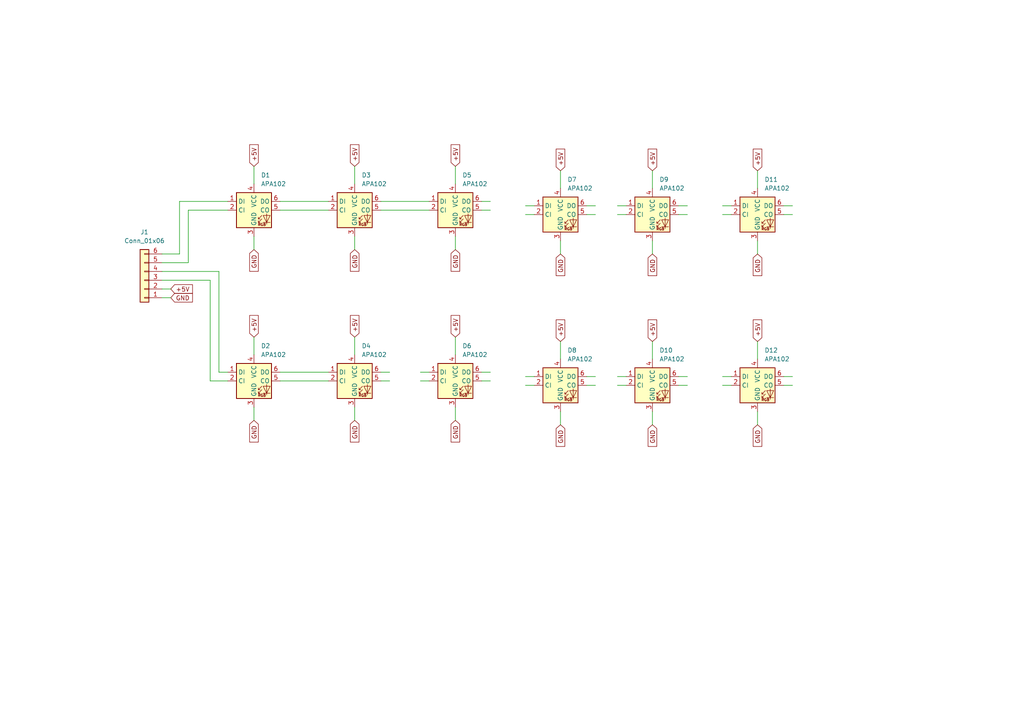
<source format=kicad_sch>
(kicad_sch (version 20211123) (generator eeschema)
  (paper "A4")
  (lib_symbols
    (symbol "Connector_Generic:Conn_01x06" (pin_names (offset 1.016) hide)
      (property "Reference" "J" (at 0 7.62 0))
      (property "Value" "Conn_01x06" (at 0 -10.16 0))
      (symbol "Conn_01x06_1_1"
        (rectangle (start -1.27 -7.493) (end 0 -7.747) (stroke (width 0.1524)))
        (rectangle (start -1.27 -4.953) (end 0 -5.207) (stroke (width 0.1524)))
        (rectangle (start -1.27 -2.413) (end 0 -2.667) (stroke (width 0.1524)))
        (rectangle (start -1.27 0.127) (end 0 -0.127) (stroke (width 0.1524)))
        (rectangle (start -1.27 2.667) (end 0 2.413) (stroke (width 0.1524)))
        (rectangle (start -1.27 5.207) (end 0 4.953) (stroke (width 0.1524)))
        (rectangle (start -1.27 6.35) (end 1.27 -8.89) (stroke (width 0.254)) (fill (type background)))
        (pin passive line (at -5.08 5.08 0) (length 3.81) (name "Pin_1") (number "1"))
        (pin passive line (at -5.08 2.54 0) (length 3.81) (name "Pin_2") (number "2"))
        (pin passive line (at -5.08 0 0) (length 3.81) (name "Pin_3") (number "3"))
        (pin passive line (at -5.08 -2.54 0) (length 3.81) (name "Pin_4") (number "4"))
        (pin passive line (at -5.08 -5.08 0) (length 3.81) (name "Pin_5") (number "5"))
        (pin passive line (at -5.08 -7.62 0) (length 3.81) (name "Pin_6") (number "6"))
      )
    )
    (symbol "LED:APA102"
      (property "Reference" "D" (at 5.08 5.715 0))
      (property "Value" "APA102" (at 1.27 -5.715 0))
      (symbol "APA102_0_0"
        (text "RGB" (at 2.286 -4.191 0) (effects (font (size 0.762 0.762))))
      )
      (symbol "APA102_0_1"
        (polyline (pts (xy 1.27 -3.556) (xy 1.778 -3.556)))
        (polyline (pts (xy 1.27 -2.54) (xy 1.778 -2.54)))
        (polyline (pts (xy 4.699 -3.556) (xy 2.667 -3.556)))
        (polyline (pts (xy 2.286 -2.54) (xy 1.27 -3.556) (xy 1.27 -3.048)))
        (polyline (pts (xy 2.286 -1.524) (xy 1.27 -2.54) (xy 1.27 -2.032)))
        (polyline (pts (xy 3.683 -1.016) (xy 3.683 -3.556) (xy 3.683 -4.064)))
        (polyline (pts (xy 4.699 -1.524) (xy 2.667 -1.524) (xy 3.683 -3.556) (xy 4.699 -1.524)))
        (rectangle (start 5.08 5.08) (end -5.08 -5.08) (stroke (width 0.254)) (fill (type background)))
      )
      (symbol "APA102_1_1"
        (pin input line (at -7.62 2.54 0) (length 2.54) (name "DI") (number "1"))
        (pin input line (at -7.62 0 0) (length 2.54) (name "CI") (number "2"))
        (pin power_in line (at 0 -7.62 90) (length 2.54) (name "GND") (number "3"))
        (pin power_in line (at 0 7.62 270) (length 2.54) (name "VCC") (number "4"))
        (pin output line (at 7.62 0 180) (length 2.54) (name "CO") (number "5"))
        (pin output line (at 7.62 2.54 180) (length 2.54) (name "DO") (number "6"))
      )
    )
  )
  (wire (pts (xy 179.07 109.22) (xy 181.61 109.22)))
  (wire (pts (xy 54.61 60.96) (xy 54.61 76.2)))
  (wire (pts (xy 152.4 109.22) (xy 154.94 109.22)))
  (wire (pts (xy 60.96 81.28) (xy 60.96 110.49)))
  (wire (pts (xy 196.85 59.69) (xy 199.39 59.69)))
  (wire (pts (xy 170.18 109.22) (xy 172.72 109.22)))
  (wire (pts (xy 60.96 110.49) (xy 66.04 110.49)))
  (wire (pts (xy 132.08 118.11) (xy 132.08 121.92)))
  (wire (pts (xy 102.87 118.11) (xy 102.87 121.92)))
  (wire (pts (xy 227.33 111.76) (xy 229.87 111.76)))
  (wire (pts (xy 227.33 109.22) (xy 229.87 109.22)))
  (wire (pts (xy 110.49 107.95) (xy 113.03 107.95)))
  (wire (pts (xy 209.55 59.69) (xy 212.09 59.69)))
  (wire (pts (xy 46.99 78.74) (xy 63.5 78.74)))
  (wire (pts (xy 110.49 60.96) (xy 124.46 60.96)))
  (wire (pts (xy 73.66 48.26) (xy 73.66 53.34)))
  (wire (pts (xy 139.7 107.95) (xy 142.24 107.95)))
  (wire (pts (xy 219.71 99.06) (xy 219.71 104.14)))
  (wire (pts (xy 63.5 107.95) (xy 66.04 107.95)))
  (wire (pts (xy 152.4 59.69) (xy 154.94 59.69)))
  (wire (pts (xy 132.08 48.26) (xy 132.08 53.34)))
  (wire (pts (xy 81.28 110.49) (xy 95.25 110.49)))
  (wire (pts (xy 132.08 68.58) (xy 132.08 72.39)))
  (wire (pts (xy 219.71 69.85) (xy 219.71 73.66)))
  (wire (pts (xy 52.07 73.66) (xy 52.07 58.42)))
  (wire (pts (xy 189.23 69.85) (xy 189.23 73.66)))
  (wire (pts (xy 170.18 111.76) (xy 172.72 111.76)))
  (wire (pts (xy 102.87 68.58) (xy 102.87 72.39)))
  (wire (pts (xy 162.56 49.53) (xy 162.56 54.61)))
  (wire (pts (xy 132.08 97.79) (xy 132.08 102.87)))
  (wire (pts (xy 73.66 68.58) (xy 73.66 72.39)))
  (wire (pts (xy 102.87 97.79) (xy 102.87 102.87)))
  (wire (pts (xy 110.49 110.49) (xy 113.03 110.49)))
  (wire (pts (xy 73.66 118.11) (xy 73.66 121.92)))
  (wire (pts (xy 189.23 49.53) (xy 189.23 54.61)))
  (wire (pts (xy 162.56 119.38) (xy 162.56 123.19)))
  (wire (pts (xy 63.5 78.74) (xy 63.5 107.95)))
  (wire (pts (xy 170.18 59.69) (xy 172.72 59.69)))
  (wire (pts (xy 121.92 110.49) (xy 124.46 110.49)))
  (wire (pts (xy 179.07 111.76) (xy 181.61 111.76)))
  (wire (pts (xy 102.87 48.26) (xy 102.87 53.34)))
  (wire (pts (xy 81.28 60.96) (xy 95.25 60.96)))
  (wire (pts (xy 46.99 76.2) (xy 54.61 76.2)))
  (wire (pts (xy 52.07 58.42) (xy 66.04 58.42)))
  (wire (pts (xy 170.18 62.23) (xy 172.72 62.23)))
  (wire (pts (xy 152.4 62.23) (xy 154.94 62.23)))
  (wire (pts (xy 209.55 109.22) (xy 212.09 109.22)))
  (wire (pts (xy 179.07 59.69) (xy 181.61 59.69)))
  (wire (pts (xy 162.56 99.06) (xy 162.56 104.14)))
  (wire (pts (xy 219.71 119.38) (xy 219.71 123.19)))
  (wire (pts (xy 179.07 62.23) (xy 181.61 62.23)))
  (wire (pts (xy 81.28 58.42) (xy 95.25 58.42)))
  (wire (pts (xy 46.99 73.66) (xy 52.07 73.66)))
  (wire (pts (xy 196.85 109.22) (xy 199.39 109.22)))
  (wire (pts (xy 209.55 111.76) (xy 212.09 111.76)))
  (wire (pts (xy 110.49 58.42) (xy 124.46 58.42)))
  (wire (pts (xy 139.7 58.42) (xy 142.24 58.42)))
  (wire (pts (xy 73.66 97.79) (xy 73.66 102.87)))
  (wire (pts (xy 46.99 86.36) (xy 49.53 86.36)))
  (wire (pts (xy 209.55 62.23) (xy 212.09 62.23)))
  (wire (pts (xy 227.33 62.23) (xy 229.87 62.23)))
  (wire (pts (xy 189.23 119.38) (xy 189.23 123.19)))
  (wire (pts (xy 46.99 83.82) (xy 49.53 83.82)))
  (wire (pts (xy 139.7 110.49) (xy 142.24 110.49)))
  (wire (pts (xy 189.23 99.06) (xy 189.23 104.14)))
  (wire (pts (xy 227.33 59.69) (xy 229.87 59.69)))
  (wire (pts (xy 121.92 107.95) (xy 124.46 107.95)))
  (wire (pts (xy 139.7 60.96) (xy 142.24 60.96)))
  (wire (pts (xy 81.28 107.95) (xy 95.25 107.95)))
  (wire (pts (xy 46.99 81.28) (xy 60.96 81.28)))
  (wire (pts (xy 219.71 49.53) (xy 219.71 54.61)))
  (wire (pts (xy 196.85 62.23) (xy 199.39 62.23)))
  (wire (pts (xy 196.85 111.76) (xy 199.39 111.76)))
  (wire (pts (xy 152.4 111.76) (xy 154.94 111.76)))
  (wire (pts (xy 54.61 60.96) (xy 66.04 60.96)))
  (wire (pts (xy 162.56 69.85) (xy 162.56 73.66)))
  (global_label "+5V" (shape input) (at 73.66 97.79 90) (property "Intersheet References" "${INTERSHEET_REFS}" (effects hide)))
  (global_label "GND" (shape input) (at 219.71 123.19 270) (property "Intersheet References" "${INTERSHEET_REFS}" (effects hide)))
  (global_label "+5V" (shape input) (at 219.71 99.06 90) (property "Intersheet References" "${INTERSHEET_REFS}" (effects hide)))
  (global_label "GND" (shape input) (at 219.71 73.66 270) (property "Intersheet References" "${INTERSHEET_REFS}" (effects hide)))
  (global_label "GND" (shape input) (at 73.66 72.39 270) (property "Intersheet References" "${INTERSHEET_REFS}" (effects hide)))
  (global_label "+5V" (shape input) (at 102.87 97.79 90) (property "Intersheet References" "${INTERSHEET_REFS}" (effects hide)))
  (global_label "+5V" (shape input) (at 162.56 99.06 90) (property "Intersheet References" "${INTERSHEET_REFS}" (effects hide)))
  (global_label "+5V" (shape input) (at 49.53 83.82 0) (property "Intersheet References" "${INTERSHEET_REFS}" (effects hide)))
  (global_label "GND" (shape input) (at 132.08 72.39 270) (property "Intersheet References" "${INTERSHEET_REFS}" (effects hide)))
  (global_label "+5V" (shape input) (at 219.71 49.53 90) (property "Intersheet References" "${INTERSHEET_REFS}" (effects hide)))
  (global_label "+5V" (shape input) (at 73.66 48.26 90) (property "Intersheet References" "${INTERSHEET_REFS}" (effects hide)))
  (global_label "+5V" (shape input) (at 189.23 99.06 90) (property "Intersheet References" "${INTERSHEET_REFS}" (effects hide)))
  (global_label "GND" (shape input) (at 102.87 121.92 270) (property "Intersheet References" "${INTERSHEET_REFS}" (effects hide)))
  (global_label "+5V" (shape input) (at 132.08 97.79 90) (property "Intersheet References" "${INTERSHEET_REFS}" (effects hide)))
  (global_label "GND" (shape input) (at 49.53 86.36 0) (property "Intersheet References" "${INTERSHEET_REFS}" (effects hide)))
  (global_label "+5V" (shape input) (at 132.08 48.26 90) (property "Intersheet References" "${INTERSHEET_REFS}" (effects hide)))
  (global_label "GND" (shape input) (at 189.23 73.66 270) (property "Intersheet References" "${INTERSHEET_REFS}" (effects hide)))
  (global_label "+5V" (shape input) (at 189.23 49.53 90) (property "Intersheet References" "${INTERSHEET_REFS}" (effects hide)))
  (global_label "GND" (shape input) (at 102.87 72.39 270) (property "Intersheet References" "${INTERSHEET_REFS}" (effects hide)))
  (global_label "GND" (shape input) (at 162.56 123.19 270) (property "Intersheet References" "${INTERSHEET_REFS}" (effects hide)))
  (global_label "GND" (shape input) (at 162.56 73.66 270) (property "Intersheet References" "${INTERSHEET_REFS}" (effects hide)))
  (global_label "GND" (shape input) (at 189.23 123.19 270) (property "Intersheet References" "${INTERSHEET_REFS}" (effects hide)))
  (global_label "GND" (shape input) (at 132.08 121.92 270) (property "Intersheet References" "${INTERSHEET_REFS}" (effects hide)))
  (global_label "GND" (shape input) (at 73.66 121.92 270) (property "Intersheet References" "${INTERSHEET_REFS}" (effects hide)))
  (global_label "+5V" (shape input) (at 162.56 49.53 90) (property "Intersheet References" "${INTERSHEET_REFS}" (effects hide)))
  (global_label "+5V" (shape input) (at 102.87 48.26 90) (property "Intersheet References" "${INTERSHEET_REFS}" (effects hide)))
  (symbol (lib_id "LED:APA102") (at 189.23 111.76 0) (unit 1)
    (property "Reference" "D10" (at 191.2494 101.6 0) (effects (justify left)))
    (property "Value" "APA102" (at 191.2494 104.14 0) (effects (justify left)))
    (property "Footprint" "LED_SMD:LED_RGB_5050-6" (effects hide))
    (property "Datasheet" "http://www.led-color.com/upload/201506/APA102%20LED.pdf" (effects hide))
  )
  (symbol (lib_id "LED:APA102") (at 73.66 110.49 0) (unit 1)
    (property "Reference" "D2" (at 75.6794 100.33 0) (effects (justify left)))
    (property "Value" "APA102" (at 75.6794 102.87 0) (effects (justify left)))
    (property "Footprint" "LED_SMD:LED_RGB_5050-6" (effects hide))
    (property "Datasheet" "http://www.led-color.com/upload/201506/APA102%20LED.pdf" (effects hide))
  )
  (symbol (lib_id "LED:APA102") (at 219.71 62.23 0) (unit 1)
    (property "Reference" "D11" (at 221.7294 52.07 0) (effects (justify left)))
    (property "Value" "APA102" (at 221.7294 54.61 0) (effects (justify left)))
    (property "Footprint" "LED_SMD:LED_RGB_5050-6" (effects hide))
    (property "Datasheet" "http://www.led-color.com/upload/201506/APA102%20LED.pdf" (effects hide))
  )
  (symbol (lib_id "LED:APA102") (at 73.66 60.96 0) (unit 1)
    (property "Reference" "D1" (at 75.6794 50.8 0) (effects (justify left)))
    (property "Value" "APA102" (at 75.6794 53.34 0) (effects (justify left)))
    (property "Footprint" "LED_SMD:LED_RGB_5050-6" (effects hide))
    (property "Datasheet" "http://www.led-color.com/upload/201506/APA102%20LED.pdf" (effects hide))
  )
  (symbol (lib_id "LED:APA102") (at 132.08 60.96 0) (unit 1)
    (property "Reference" "D5" (at 134.0994 50.8 0) (effects (justify left)))
    (property "Value" "APA102" (at 134.0994 53.34 0) (effects (justify left)))
    (property "Footprint" "LED_SMD:LED_RGB_5050-6" (effects hide))
    (property "Datasheet" "http://www.led-color.com/upload/201506/APA102%20LED.pdf" (effects hide))
  )
  (symbol (lib_id "LED:APA102") (at 219.71 111.76 0) (unit 1)
    (property "Reference" "D12" (at 221.7294 101.6 0) (effects (justify left)))
    (property "Value" "APA102" (at 221.7294 104.14 0) (effects (justify left)))
    (property "Footprint" "LED_SMD:LED_RGB_5050-6" (effects hide))
    (property "Datasheet" "http://www.led-color.com/upload/201506/APA102%20LED.pdf" (effects hide))
  )
  (symbol (lib_id "LED:APA102") (at 162.56 62.23 0) (unit 1)
    (property "Reference" "D7" (at 164.5794 52.07 0) (effects (justify left)))
    (property "Value" "APA102" (at 164.5794 54.61 0) (effects (justify left)))
    (property "Footprint" "LED_SMD:LED_RGB_5050-6" (effects hide))
    (property "Datasheet" "http://www.led-color.com/upload/201506/APA102%20LED.pdf" (effects hide))
  )
  (symbol (lib_id "LED:APA102") (at 102.87 60.96 0) (unit 1)
    (property "Reference" "D3" (at 104.8894 50.8 0) (effects (justify left)))
    (property "Value" "APA102" (at 104.8894 53.34 0) (effects (justify left)))
    (property "Footprint" "LED_SMD:LED_RGB_5050-6" (effects hide))
    (property "Datasheet" "http://www.led-color.com/upload/201506/APA102%20LED.pdf" (effects hide))
  )
  (symbol (lib_id "LED:APA102") (at 162.56 111.76 0) (unit 1)
    (property "Reference" "D8" (at 164.5794 101.6 0) (effects (justify left)))
    (property "Value" "APA102" (at 164.5794 104.14 0) (effects (justify left)))
    (property "Footprint" "LED_SMD:LED_RGB_5050-6" (effects hide))
    (property "Datasheet" "http://www.led-color.com/upload/201506/APA102%20LED.pdf" (effects hide))
  )
  (symbol (lib_id "LED:APA102") (at 102.87 110.49 0) (unit 1)
    (property "Reference" "D4" (at 104.8894 100.33 0) (effects (justify left)))
    (property "Value" "APA102" (at 104.8894 102.87 0) (effects (justify left)))
    (property "Footprint" "LED_SMD:LED_RGB_5050-6" (effects hide))
    (property "Datasheet" "http://www.led-color.com/upload/201506/APA102%20LED.pdf" (effects hide))
  )
  (symbol (lib_id "LED:APA102") (at 189.23 62.23 0) (unit 1)
    (property "Reference" "D9" (at 191.2494 52.07 0) (effects (justify left)))
    (property "Value" "APA102" (at 191.2494 54.61 0) (effects (justify left)))
    (property "Footprint" "LED_SMD:LED_RGB_5050-6" (effects hide))
    (property "Datasheet" "http://www.led-color.com/upload/201506/APA102%20LED.pdf" (effects hide))
  )
  (symbol (lib_id "Connector_Generic:Conn_01x06") (at 41.91 81.28 180) (unit 1)
    (property "Reference" "J1" (at 41.91 67.31 0))
    (property "Value" "Conn_01x06" (at 41.91 69.85 0))
  )
  (symbol (lib_id "LED:APA102") (at 132.08 110.49 0) (unit 1)
    (property "Reference" "D6" (at 134.0994 100.33 0) (effects (justify left)))
    (property "Value" "APA102" (at 134.0994 102.87 0) (effects (justify left)))
    (property "Footprint" "LED_SMD:LED_RGB_5050-6" (effects hide))
    (property "Datasheet" "http://www.led-color.com/upload/201506/APA102%20LED.pdf" (effects hide))
  )
)
</source>
